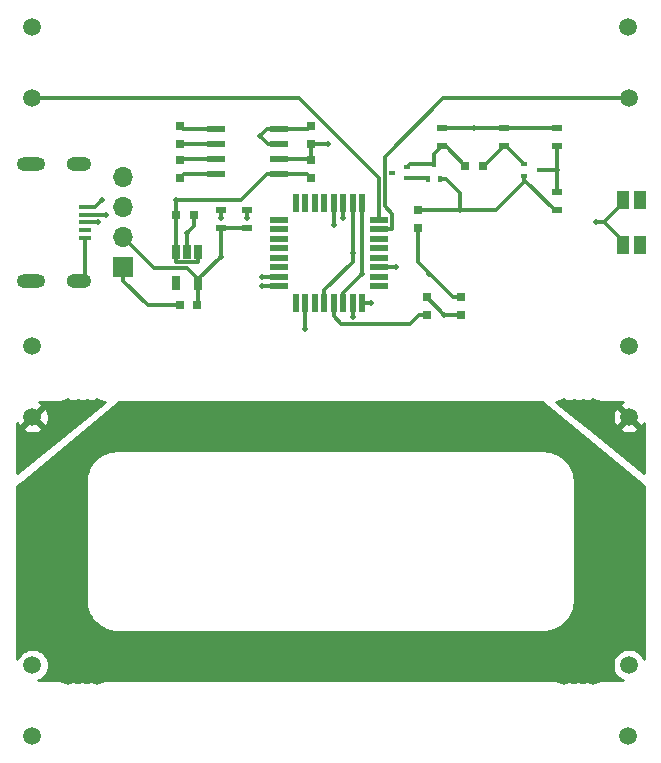
<source format=gtl>
G04 #@! TF.GenerationSoftware,KiCad,Pcbnew,(5.1.4-0-10_14)*
G04 #@! TF.CreationDate,2019-11-04T12:37:15+13:00*
G04 #@! TF.ProjectId,rng-pcb,726e672d-7063-4622-9e6b-696361645f70,rev?*
G04 #@! TF.SameCoordinates,PX7bfa480PY77afa60*
G04 #@! TF.FileFunction,Copper,L1,Top*
G04 #@! TF.FilePolarity,Positive*
%FSLAX46Y46*%
G04 Gerber Fmt 4.6, Leading zero omitted, Abs format (unit mm)*
G04 Created by KiCad (PCBNEW (5.1.4-0-10_14)) date 2019-11-04 12:37:15*
%MOMM*%
%LPD*%
G04 APERTURE LIST*
%ADD10C,1.500000*%
%ADD11O,2.400000X1.200000*%
%ADD12O,2.100000X1.200000*%
%ADD13R,1.050000X0.450000*%
%ADD14R,1.000000X1.600000*%
%ADD15O,1.700000X1.700000*%
%ADD16R,1.700000X1.700000*%
%ADD17R,1.550000X0.600000*%
%ADD18R,0.510000X0.400000*%
%ADD19R,0.400000X0.510000*%
%ADD20R,0.900000X0.500000*%
%ADD21R,0.750000X0.800000*%
%ADD22R,0.800000X0.750000*%
%ADD23R,1.600000X0.550000*%
%ADD24R,0.550000X1.600000*%
%ADD25R,0.650000X1.220000*%
%ADD26C,0.508000*%
%ADD27C,0.304800*%
%ADD28C,0.254000*%
G04 APERTURE END LIST*
D10*
X53200000Y6500000D03*
X2700000Y6500000D03*
X53250000Y12500000D03*
X2750000Y12500000D03*
X2700000Y66500000D03*
X53200000Y66500000D03*
X53250000Y39500000D03*
X2700000Y39500000D03*
D11*
X2650000Y54950000D03*
D12*
X6650000Y54950000D03*
D11*
X2650000Y45050000D03*
D12*
X6650000Y45050000D03*
D13*
X7175000Y51300000D03*
X7175000Y50650000D03*
X7175000Y50000000D03*
X7175000Y49350000D03*
X7175000Y48700000D03*
D14*
X54150000Y51900000D03*
X54150000Y48100000D03*
X52750000Y51900000D03*
X52750000Y48100000D03*
D10*
X53250000Y33500000D03*
X2750000Y33500000D03*
X2700000Y60500000D03*
X53250000Y60500000D03*
D15*
X10450000Y53820000D03*
X10450000Y51280000D03*
X10450000Y48740000D03*
D16*
X10450000Y46200000D03*
D17*
X18250000Y57905000D03*
X18250000Y56635000D03*
X18250000Y55365000D03*
X18250000Y54095000D03*
X23650000Y54095000D03*
X23650000Y55365000D03*
X23650000Y56635000D03*
X23650000Y57905000D03*
D18*
X45695000Y54400000D03*
X44405000Y53900000D03*
X44405000Y54900000D03*
D19*
X36750000Y54945000D03*
X37250000Y53655000D03*
X36250000Y53655000D03*
D18*
X33205000Y54200000D03*
X34495000Y54700000D03*
X34495000Y53700000D03*
D20*
X18700000Y51050000D03*
X18700000Y49550000D03*
D21*
X15250000Y56650000D03*
X15250000Y58150000D03*
D20*
X47150000Y51050000D03*
X47150000Y52550000D03*
X47150000Y56450000D03*
X47150000Y57950000D03*
X42650000Y56450000D03*
X42650000Y57950000D03*
X37450000Y56450000D03*
X37450000Y57950000D03*
X20950000Y49550000D03*
X20950000Y51050000D03*
D22*
X39400000Y54800000D03*
X40900000Y54800000D03*
D21*
X26350000Y58150000D03*
X26350000Y56650000D03*
X26350000Y55250000D03*
X26350000Y53750000D03*
D22*
X16700000Y43000000D03*
X15200000Y43000000D03*
D21*
X36150000Y42150000D03*
X36150000Y43650000D03*
X35350000Y51000000D03*
X35350000Y49500000D03*
X39000000Y42150000D03*
X39000000Y43650000D03*
X15250000Y55250000D03*
X15250000Y53750000D03*
D22*
X14900000Y50600000D03*
X16400000Y50600000D03*
D23*
X32100000Y44600000D03*
X32100000Y45400000D03*
X32100000Y46200000D03*
X32100000Y47000000D03*
X32100000Y47800000D03*
X32100000Y48600000D03*
X32100000Y49400000D03*
X32100000Y50200000D03*
D24*
X30650000Y51650000D03*
X29850000Y51650000D03*
X29050000Y51650000D03*
X28250000Y51650000D03*
X27450000Y51650000D03*
X26650000Y51650000D03*
X25850000Y51650000D03*
X25050000Y51650000D03*
D23*
X23600000Y50200000D03*
X23600000Y49400000D03*
X23600000Y48600000D03*
X23600000Y47800000D03*
X23600000Y47000000D03*
X23600000Y46200000D03*
X23600000Y45400000D03*
X23600000Y44600000D03*
D24*
X25050000Y43150000D03*
X25850000Y43150000D03*
X26650000Y43150000D03*
X27450000Y43150000D03*
X28250000Y43150000D03*
X29050000Y43150000D03*
X29850000Y43150000D03*
X30650000Y43150000D03*
D25*
X16800000Y47510000D03*
X15850000Y47510000D03*
X14900000Y47510000D03*
X14900000Y44890000D03*
X16800000Y44890000D03*
D26*
X27800000Y56650000D03*
X40150000Y57950000D03*
X30650000Y45600000D03*
X18700000Y47075000D03*
X36285100Y45641200D03*
X8950000Y50650000D03*
X22200000Y45400000D03*
X8300000Y50000000D03*
X22200000Y44600000D03*
X47150000Y54400000D03*
X33500000Y46200000D03*
X50450000Y50000000D03*
X25850000Y40950000D03*
X15850000Y49100000D03*
X22000000Y57300000D03*
X37625000Y42150000D03*
X29850000Y47400000D03*
X38950000Y51000000D03*
X8600000Y51850000D03*
X14900000Y51900000D03*
X20950000Y50350000D03*
X29050000Y50350000D03*
X18700000Y50350000D03*
X28250000Y49750000D03*
X31400000Y43150000D03*
X29850000Y41958800D03*
D27*
X26235000Y55365000D02*
X26350000Y55250000D01*
X23650000Y55365000D02*
X26235000Y55365000D01*
X26350000Y56650000D02*
X26350000Y55250000D01*
X47150000Y57950000D02*
X42650000Y57950000D01*
X26350000Y56650000D02*
X27800000Y56650000D01*
X42650000Y57950000D02*
X40150000Y57950000D01*
X40150000Y57950000D02*
X37450000Y57950000D01*
X15495000Y57905000D02*
X15250000Y58150000D01*
X18250000Y57905000D02*
X15495000Y57905000D01*
X15265000Y56635000D02*
X15250000Y56650000D01*
X18250000Y56635000D02*
X15265000Y56635000D01*
X15595000Y54095000D02*
X15250000Y53750000D01*
X18250000Y54095000D02*
X15595000Y54095000D01*
X15365000Y55365000D02*
X15250000Y55250000D01*
X18250000Y55365000D02*
X15365000Y55365000D01*
X16800000Y43100000D02*
X16700000Y43000000D01*
X16800000Y44890000D02*
X16800000Y43100000D01*
X20950000Y49550000D02*
X18700000Y49550000D01*
X18700000Y48995200D02*
X18700000Y49550000D01*
X18700000Y47075000D02*
X18700000Y47075000D01*
X16800000Y45175000D02*
X18700000Y47075000D01*
X29050000Y43973642D02*
X29050000Y43150000D01*
X30650000Y45573642D02*
X29050000Y43973642D01*
X30650000Y51650000D02*
X30650000Y45600000D01*
X30650000Y45600000D02*
X30650000Y45573642D01*
X18700000Y47075000D02*
X18700000Y48995200D01*
X38320200Y43650000D02*
X39000000Y43650000D01*
X35350000Y49500000D02*
X35350000Y46620200D01*
X13052009Y46137991D02*
X11299999Y47890001D01*
X15837010Y46137991D02*
X13052009Y46137991D01*
X11299999Y47890001D02*
X10450000Y48740000D01*
X16800000Y45175000D02*
X15837010Y46137991D01*
X16800000Y44890000D02*
X16800000Y45175000D01*
X35350000Y46620200D02*
X38320200Y43650000D01*
X28250000Y42045200D02*
X28895200Y41400000D01*
X28250000Y43150000D02*
X28250000Y42045200D01*
X28895200Y41400000D02*
X34720200Y41400000D01*
X35470200Y42150000D02*
X34720200Y41400000D01*
X36150000Y42150000D02*
X35470200Y42150000D01*
X41000000Y54800000D02*
X42650000Y56450000D01*
X40900000Y54800000D02*
X41000000Y54800000D01*
X42855000Y56450000D02*
X44405000Y54900000D01*
X42650000Y56450000D02*
X42855000Y56450000D01*
X34740000Y54945000D02*
X34495000Y54700000D01*
X36750000Y54945000D02*
X34740000Y54945000D01*
X36750000Y55750000D02*
X37450000Y56450000D01*
X36750000Y54945000D02*
X36750000Y55750000D01*
X37750000Y56450000D02*
X39400000Y54800000D01*
X37450000Y56450000D02*
X37750000Y56450000D01*
X7100000Y50650000D02*
X8950000Y50650000D01*
X23600000Y45400000D02*
X22200000Y45400000D01*
X7100000Y50000000D02*
X8300000Y50000000D01*
X23600000Y44600000D02*
X22200000Y44600000D01*
X36205000Y53700000D02*
X36250000Y53655000D01*
X34495000Y53700000D02*
X36205000Y53700000D01*
X45695000Y54400000D02*
X47150000Y54400000D01*
X47150000Y56450000D02*
X47150000Y54400000D01*
X47150000Y54400000D02*
X47150000Y52550000D01*
X32100000Y46200000D02*
X33500000Y46200000D01*
X25850000Y43150000D02*
X25850000Y40950000D01*
X50809210Y50000000D02*
X50450000Y50000000D01*
X51150000Y50000000D02*
X50809210Y50000000D01*
X52750000Y51600000D02*
X51150000Y50000000D01*
X52750000Y51900000D02*
X52750000Y51600000D01*
X52750000Y48400000D02*
X51150000Y50000000D01*
X52750000Y48100000D02*
X52750000Y48400000D01*
X16400000Y49650000D02*
X15850000Y49100000D01*
X16400000Y50600000D02*
X16400000Y49650000D01*
X15850000Y49100000D02*
X15850000Y47510000D01*
X22605000Y57905000D02*
X22000000Y57300000D01*
X23650000Y57905000D02*
X22605000Y57905000D01*
X22665000Y56635000D02*
X22000000Y57300000D01*
X23650000Y56635000D02*
X22665000Y56635000D01*
X26105000Y57905000D02*
X26350000Y58150000D01*
X23650000Y57905000D02*
X26105000Y57905000D01*
X29850000Y50545200D02*
X29850000Y51650000D01*
X29850000Y46654800D02*
X29850000Y46654800D01*
X27450000Y44254800D02*
X29850000Y46654800D01*
X27450000Y43150000D02*
X27450000Y44254800D01*
X29850000Y46654800D02*
X29850000Y47400000D01*
X37625000Y42150000D02*
X37625000Y42150000D01*
X36150000Y43625000D02*
X37625000Y42150000D01*
X38320200Y42150000D02*
X39000000Y42150000D01*
X36150000Y43650000D02*
X36150000Y43625000D01*
X37625000Y42150000D02*
X38320200Y42150000D01*
X44405000Y53595000D02*
X44405000Y53900000D01*
X46950000Y51050000D02*
X44405000Y53595000D01*
X47150000Y51050000D02*
X46950000Y51050000D01*
X29850000Y47400000D02*
X29850000Y50545200D01*
X35350000Y51000000D02*
X38950000Y51000000D01*
X44405000Y53395200D02*
X44405000Y53900000D01*
X42009800Y51000000D02*
X44405000Y53395200D01*
X38950000Y51000000D02*
X42009800Y51000000D01*
X37754800Y53655000D02*
X37250000Y53655000D01*
X38950000Y52459800D02*
X37754800Y53655000D01*
X38950000Y51000000D02*
X38950000Y52459800D01*
X14495200Y43000000D02*
X15200000Y43000000D01*
X12495200Y43000000D02*
X14495200Y43000000D01*
X10450000Y45045200D02*
X12495200Y43000000D01*
X10450000Y46200000D02*
X10450000Y45045200D01*
X7175000Y45575000D02*
X6650000Y45050000D01*
X7175000Y48700000D02*
X7175000Y45575000D01*
X8050000Y51300000D02*
X8600000Y51850000D01*
X7100000Y51300000D02*
X8050000Y51300000D01*
X14900000Y51900000D02*
X14900000Y50600000D01*
X14900000Y50600000D02*
X14900000Y47510000D01*
X14900001Y46595199D02*
X16800000Y46595200D01*
X16800000Y46595200D02*
X16800000Y47510000D01*
X14900000Y47510000D02*
X14900001Y46595199D01*
X23650000Y54095000D02*
X23175000Y54095000D01*
X26005000Y54095000D02*
X26350000Y53750000D01*
X23650000Y54095000D02*
X26005000Y54095000D01*
X15259210Y51900000D02*
X14900000Y51900000D01*
X20375200Y51900000D02*
X15259210Y51900000D01*
X22570200Y54095000D02*
X20375200Y51900000D01*
X23650000Y54095000D02*
X22570200Y54095000D01*
X20950000Y51050000D02*
X20950000Y50350000D01*
X29050000Y51650000D02*
X29050000Y50350000D01*
X18700000Y51050000D02*
X18700000Y50350000D01*
X28250000Y51650000D02*
X28250000Y49750000D01*
X30650000Y43150000D02*
X31400000Y43150000D01*
X29850000Y43150000D02*
X29850000Y41958800D01*
X53250000Y60500000D02*
X37500000Y60500000D01*
X37500000Y60500000D02*
X32557210Y55557210D01*
X33204800Y49400000D02*
X32100000Y49400000D01*
X32557210Y51366432D02*
X33204801Y50718840D01*
X33204801Y50718840D02*
X33204800Y49400000D01*
X32557210Y55557210D02*
X32557210Y51366432D01*
X32100000Y50779800D02*
X32100000Y50200000D01*
X32100000Y53723642D02*
X32100000Y50779800D01*
X25323642Y60500000D02*
X32100000Y53723642D01*
X2700000Y60500000D02*
X25323642Y60500000D01*
D28*
G36*
X8235606Y34948561D02*
G01*
X8295076Y34924049D01*
X8354248Y34898688D01*
X8363718Y34895757D01*
X8550554Y34839348D01*
X8613684Y34826848D01*
X8676623Y34813470D01*
X8686481Y34812434D01*
X8880209Y34793439D01*
X8882067Y34793256D01*
X1460000Y28742658D01*
X1460000Y32543007D01*
X1972612Y32543007D01*
X2038137Y32304140D01*
X2285116Y32188240D01*
X2549960Y32122750D01*
X2822492Y32110188D01*
X3092238Y32151035D01*
X3348832Y32243723D01*
X3461863Y32304140D01*
X3527388Y32543007D01*
X2750000Y33320395D01*
X1972612Y32543007D01*
X1460000Y32543007D01*
X1460000Y32994525D01*
X1493723Y32901168D01*
X1554140Y32788137D01*
X1793007Y32722612D01*
X2570395Y33500000D01*
X2929605Y33500000D01*
X3706993Y32722612D01*
X3945860Y32788137D01*
X4061760Y33035116D01*
X4127250Y33299960D01*
X4139812Y33572492D01*
X4098965Y33842238D01*
X4006277Y34098832D01*
X3945860Y34211863D01*
X3706993Y34277388D01*
X2929605Y33500000D01*
X2570395Y33500000D01*
X2556253Y33514142D01*
X2735858Y33693747D01*
X2750000Y33679605D01*
X3527388Y34456993D01*
X3461863Y34695860D01*
X3261254Y34790000D01*
X4984877Y34790000D01*
X5020262Y34793485D01*
X5033246Y34793485D01*
X5043105Y34794522D01*
X5237055Y34816277D01*
X5299984Y34829653D01*
X5363127Y34842156D01*
X5372597Y34845087D01*
X5558627Y34904101D01*
X5617690Y34929416D01*
X5677268Y34953972D01*
X5685988Y34958688D01*
X5743777Y34990458D01*
X5780795Y34965723D01*
X5941855Y34899010D01*
X6112835Y34865000D01*
X6287165Y34865000D01*
X6458145Y34899010D01*
X6575000Y34947413D01*
X6691855Y34899010D01*
X6862835Y34865000D01*
X7037165Y34865000D01*
X7208145Y34899010D01*
X7325000Y34947413D01*
X7441855Y34899010D01*
X7612835Y34865000D01*
X7787165Y34865000D01*
X7958145Y34899010D01*
X8119205Y34965723D01*
X8156483Y34990631D01*
X8235606Y34948561D01*
X8235606Y34948561D01*
G37*
X8235606Y34948561D02*
X8295076Y34924049D01*
X8354248Y34898688D01*
X8363718Y34895757D01*
X8550554Y34839348D01*
X8613684Y34826848D01*
X8676623Y34813470D01*
X8686481Y34812434D01*
X8880209Y34793439D01*
X8882067Y34793256D01*
X1460000Y28742658D01*
X1460000Y32543007D01*
X1972612Y32543007D01*
X2038137Y32304140D01*
X2285116Y32188240D01*
X2549960Y32122750D01*
X2822492Y32110188D01*
X3092238Y32151035D01*
X3348832Y32243723D01*
X3461863Y32304140D01*
X3527388Y32543007D01*
X2750000Y33320395D01*
X1972612Y32543007D01*
X1460000Y32543007D01*
X1460000Y32994525D01*
X1493723Y32901168D01*
X1554140Y32788137D01*
X1793007Y32722612D01*
X2570395Y33500000D01*
X2929605Y33500000D01*
X3706993Y32722612D01*
X3945860Y32788137D01*
X4061760Y33035116D01*
X4127250Y33299960D01*
X4139812Y33572492D01*
X4098965Y33842238D01*
X4006277Y34098832D01*
X3945860Y34211863D01*
X3706993Y34277388D01*
X2929605Y33500000D01*
X2570395Y33500000D01*
X2556253Y33514142D01*
X2735858Y33693747D01*
X2750000Y33679605D01*
X3527388Y34456993D01*
X3461863Y34695860D01*
X3261254Y34790000D01*
X4984877Y34790000D01*
X5020262Y34793485D01*
X5033246Y34793485D01*
X5043105Y34794522D01*
X5237055Y34816277D01*
X5299984Y34829653D01*
X5363127Y34842156D01*
X5372597Y34845087D01*
X5558627Y34904101D01*
X5617690Y34929416D01*
X5677268Y34953972D01*
X5685988Y34958688D01*
X5743777Y34990458D01*
X5780795Y34965723D01*
X5941855Y34899010D01*
X6112835Y34865000D01*
X6287165Y34865000D01*
X6458145Y34899010D01*
X6575000Y34947413D01*
X6691855Y34899010D01*
X6862835Y34865000D01*
X7037165Y34865000D01*
X7208145Y34899010D01*
X7325000Y34947413D01*
X7441855Y34899010D01*
X7612835Y34865000D01*
X7787165Y34865000D01*
X7958145Y34899010D01*
X8119205Y34965723D01*
X8156483Y34990631D01*
X8235606Y34948561D01*
G36*
X50235606Y34948561D02*
G01*
X50295076Y34924049D01*
X50354248Y34898688D01*
X50363718Y34895757D01*
X50550554Y34839348D01*
X50613684Y34826848D01*
X50676623Y34813470D01*
X50686481Y34812434D01*
X50880209Y34793439D01*
X50915123Y34790000D01*
X52744525Y34790000D01*
X52651168Y34756277D01*
X52538137Y34695860D01*
X52472612Y34456993D01*
X53250000Y33679605D01*
X53264143Y33693747D01*
X53443748Y33514142D01*
X53429605Y33500000D01*
X54206993Y32722612D01*
X54445860Y32788137D01*
X54540001Y32988748D01*
X54540001Y28742657D01*
X49878239Y32543007D01*
X52472612Y32543007D01*
X52538137Y32304140D01*
X52785116Y32188240D01*
X53049960Y32122750D01*
X53322492Y32110188D01*
X53592238Y32151035D01*
X53848832Y32243723D01*
X53961863Y32304140D01*
X54027388Y32543007D01*
X53250000Y33320395D01*
X52472612Y32543007D01*
X49878239Y32543007D01*
X48793251Y33427508D01*
X51860188Y33427508D01*
X51901035Y33157762D01*
X51993723Y32901168D01*
X52054140Y32788137D01*
X52293007Y32722612D01*
X53070395Y33500000D01*
X52293007Y34277388D01*
X52054140Y34211863D01*
X51938240Y33964884D01*
X51872750Y33700040D01*
X51860188Y33427508D01*
X48793251Y33427508D01*
X47107517Y34801747D01*
X47237055Y34816277D01*
X47299984Y34829653D01*
X47363127Y34842156D01*
X47372597Y34845087D01*
X47558627Y34904101D01*
X47617690Y34929416D01*
X47677268Y34953972D01*
X47685988Y34958688D01*
X47743777Y34990458D01*
X47780795Y34965723D01*
X47941855Y34899010D01*
X48112835Y34865000D01*
X48287165Y34865000D01*
X48458145Y34899010D01*
X48575000Y34947413D01*
X48691855Y34899010D01*
X48862835Y34865000D01*
X49037165Y34865000D01*
X49208145Y34899010D01*
X49325000Y34947413D01*
X49441855Y34899010D01*
X49612835Y34865000D01*
X49787165Y34865000D01*
X49958145Y34899010D01*
X50119205Y34965723D01*
X50156483Y34990631D01*
X50235606Y34948561D01*
X50235606Y34948561D01*
G37*
X50235606Y34948561D02*
X50295076Y34924049D01*
X50354248Y34898688D01*
X50363718Y34895757D01*
X50550554Y34839348D01*
X50613684Y34826848D01*
X50676623Y34813470D01*
X50686481Y34812434D01*
X50880209Y34793439D01*
X50915123Y34790000D01*
X52744525Y34790000D01*
X52651168Y34756277D01*
X52538137Y34695860D01*
X52472612Y34456993D01*
X53250000Y33679605D01*
X53264143Y33693747D01*
X53443748Y33514142D01*
X53429605Y33500000D01*
X54206993Y32722612D01*
X54445860Y32788137D01*
X54540001Y32988748D01*
X54540001Y28742657D01*
X49878239Y32543007D01*
X52472612Y32543007D01*
X52538137Y32304140D01*
X52785116Y32188240D01*
X53049960Y32122750D01*
X53322492Y32110188D01*
X53592238Y32151035D01*
X53848832Y32243723D01*
X53961863Y32304140D01*
X54027388Y32543007D01*
X53250000Y33320395D01*
X52472612Y32543007D01*
X49878239Y32543007D01*
X48793251Y33427508D01*
X51860188Y33427508D01*
X51901035Y33157762D01*
X51993723Y32901168D01*
X52054140Y32788137D01*
X52293007Y32722612D01*
X53070395Y33500000D01*
X52293007Y34277388D01*
X52054140Y34211863D01*
X51938240Y33964884D01*
X51872750Y33700040D01*
X51860188Y33427508D01*
X48793251Y33427508D01*
X47107517Y34801747D01*
X47237055Y34816277D01*
X47299984Y34829653D01*
X47363127Y34842156D01*
X47372597Y34845087D01*
X47558627Y34904101D01*
X47617690Y34929416D01*
X47677268Y34953972D01*
X47685988Y34958688D01*
X47743777Y34990458D01*
X47780795Y34965723D01*
X47941855Y34899010D01*
X48112835Y34865000D01*
X48287165Y34865000D01*
X48458145Y34899010D01*
X48575000Y34947413D01*
X48691855Y34899010D01*
X48862835Y34865000D01*
X49037165Y34865000D01*
X49208145Y34899010D01*
X49325000Y34947413D01*
X49441855Y34899010D01*
X49612835Y34865000D01*
X49787165Y34865000D01*
X49958145Y34899010D01*
X50119205Y34965723D01*
X50156483Y34990631D01*
X50235606Y34948561D01*
G36*
X54540001Y27624253D02*
G01*
X54540000Y13004843D01*
X54477371Y13156043D01*
X54325799Y13382886D01*
X54132886Y13575799D01*
X53906043Y13727371D01*
X53653989Y13831775D01*
X53386411Y13885000D01*
X53113589Y13885000D01*
X52846011Y13831775D01*
X52593957Y13727371D01*
X52367114Y13575799D01*
X52174201Y13382886D01*
X52022629Y13156043D01*
X51918225Y12903989D01*
X51865000Y12636411D01*
X51865000Y12363589D01*
X51918225Y12096011D01*
X52022629Y11843957D01*
X52174201Y11617114D01*
X52367114Y11424201D01*
X52593957Y11272629D01*
X52745157Y11210000D01*
X50915123Y11210000D01*
X50879738Y11206515D01*
X50866754Y11206515D01*
X50856895Y11205478D01*
X50662945Y11183723D01*
X50600016Y11170347D01*
X50536873Y11157844D01*
X50527403Y11154913D01*
X50341373Y11095900D01*
X50282252Y11070560D01*
X50222733Y11046028D01*
X50214012Y11041313D01*
X50156223Y11009543D01*
X50119205Y11034277D01*
X49958145Y11100990D01*
X49787165Y11135000D01*
X49612835Y11135000D01*
X49441855Y11100990D01*
X49325000Y11052587D01*
X49208145Y11100990D01*
X49037165Y11135000D01*
X48862835Y11135000D01*
X48691855Y11100990D01*
X48575000Y11052587D01*
X48458145Y11100990D01*
X48287165Y11135000D01*
X48112835Y11135000D01*
X47941855Y11100990D01*
X47780795Y11034277D01*
X47743517Y11009369D01*
X47664394Y11051439D01*
X47604924Y11075951D01*
X47545752Y11101312D01*
X47536282Y11104243D01*
X47349446Y11160652D01*
X47286316Y11173152D01*
X47223377Y11186530D01*
X47213518Y11187566D01*
X47019792Y11206561D01*
X46984877Y11210000D01*
X8915123Y11210000D01*
X8879738Y11206515D01*
X8866754Y11206515D01*
X8856895Y11205478D01*
X8662945Y11183723D01*
X8600016Y11170347D01*
X8536873Y11157844D01*
X8527403Y11154913D01*
X8341373Y11095900D01*
X8282252Y11070560D01*
X8222733Y11046028D01*
X8214012Y11041313D01*
X8156223Y11009543D01*
X8119205Y11034277D01*
X7958145Y11100990D01*
X7787165Y11135000D01*
X7612835Y11135000D01*
X7441855Y11100990D01*
X7325000Y11052587D01*
X7208145Y11100990D01*
X7037165Y11135000D01*
X6862835Y11135000D01*
X6691855Y11100990D01*
X6575000Y11052587D01*
X6458145Y11100990D01*
X6287165Y11135000D01*
X6112835Y11135000D01*
X5941855Y11100990D01*
X5780795Y11034277D01*
X5743517Y11009369D01*
X5664394Y11051439D01*
X5604924Y11075951D01*
X5545752Y11101312D01*
X5536282Y11104243D01*
X5349446Y11160652D01*
X5286316Y11173152D01*
X5223377Y11186530D01*
X5213518Y11187566D01*
X5019792Y11206561D01*
X4984877Y11210000D01*
X3254843Y11210000D01*
X3406043Y11272629D01*
X3632886Y11424201D01*
X3825799Y11617114D01*
X3977371Y11843957D01*
X4081775Y12096011D01*
X4135000Y12363589D01*
X4135000Y12636411D01*
X4081775Y12903989D01*
X3977371Y13156043D01*
X3825799Y13382886D01*
X3632886Y13575799D01*
X3406043Y13727371D01*
X3153989Y13831775D01*
X2886411Y13885000D01*
X2613589Y13885000D01*
X2346011Y13831775D01*
X2093957Y13727371D01*
X1867114Y13575799D01*
X1674201Y13382886D01*
X1522629Y13156043D01*
X1460000Y13004843D01*
X1460000Y27624254D01*
X1954725Y28034876D01*
X7240000Y28034876D01*
X7240001Y17965123D01*
X7243058Y17934088D01*
X7242971Y17921687D01*
X7243939Y17911821D01*
X7284739Y17523629D01*
X7297677Y17460604D01*
X7309737Y17397382D01*
X7312602Y17387891D01*
X7428026Y17015017D01*
X7452960Y16955701D01*
X7477069Y16896029D01*
X7481723Y16887276D01*
X7667374Y16543921D01*
X7703356Y16490576D01*
X7738596Y16436724D01*
X7744861Y16429042D01*
X7993668Y16128287D01*
X8039323Y16082950D01*
X8084353Y16036967D01*
X8091991Y16030649D01*
X8394476Y15783948D01*
X8448041Y15748360D01*
X8501171Y15711980D01*
X8509891Y15707266D01*
X8854533Y15524016D01*
X8913995Y15499508D01*
X8973177Y15474142D01*
X8982647Y15471211D01*
X9356318Y15358393D01*
X9419456Y15345892D01*
X9482388Y15332515D01*
X9492247Y15331479D01*
X9879984Y15293461D01*
X9915123Y15290000D01*
X45984877Y15290000D01*
X46015921Y15293057D01*
X46028313Y15292971D01*
X46038179Y15293939D01*
X46426371Y15334739D01*
X46489396Y15347677D01*
X46552618Y15359737D01*
X46562109Y15362602D01*
X46934983Y15478026D01*
X46994299Y15502960D01*
X47053971Y15527069D01*
X47062724Y15531723D01*
X47406079Y15717374D01*
X47459424Y15753356D01*
X47513276Y15788596D01*
X47520958Y15794861D01*
X47821713Y16043668D01*
X47867050Y16089323D01*
X47913033Y16134353D01*
X47919351Y16141991D01*
X48166052Y16444476D01*
X48201640Y16498041D01*
X48238020Y16551171D01*
X48242734Y16559891D01*
X48425984Y16904533D01*
X48450492Y16963995D01*
X48475858Y17023177D01*
X48478789Y17032647D01*
X48591607Y17406318D01*
X48604108Y17469456D01*
X48617485Y17532388D01*
X48618521Y17542247D01*
X48656611Y17930716D01*
X48660000Y17965123D01*
X48660000Y28034877D01*
X48656943Y28065921D01*
X48657029Y28078313D01*
X48656061Y28088179D01*
X48615260Y28476372D01*
X48602330Y28539360D01*
X48590263Y28602619D01*
X48587398Y28612109D01*
X48471974Y28984984D01*
X48447029Y29044325D01*
X48422931Y29103971D01*
X48418277Y29112724D01*
X48232626Y29456079D01*
X48196644Y29509424D01*
X48161404Y29563276D01*
X48155138Y29570958D01*
X47906332Y29871713D01*
X47860677Y29917050D01*
X47815647Y29963033D01*
X47808009Y29969352D01*
X47505524Y30216052D01*
X47451941Y30251652D01*
X47398828Y30288020D01*
X47390108Y30292735D01*
X47045467Y30475984D01*
X46985993Y30500497D01*
X46926823Y30525858D01*
X46917353Y30528789D01*
X46543681Y30641607D01*
X46480551Y30654107D01*
X46417612Y30667485D01*
X46407753Y30668521D01*
X46020016Y30706539D01*
X45984877Y30710000D01*
X9915123Y30710000D01*
X9884079Y30706943D01*
X9871687Y30707029D01*
X9861821Y30706061D01*
X9473628Y30665260D01*
X9410640Y30652330D01*
X9347381Y30640263D01*
X9337891Y30637398D01*
X8965016Y30521974D01*
X8905675Y30497029D01*
X8846029Y30472931D01*
X8837276Y30468277D01*
X8493921Y30282626D01*
X8440576Y30246644D01*
X8386724Y30211404D01*
X8379042Y30205138D01*
X8078287Y29956332D01*
X8032950Y29910677D01*
X7986967Y29865647D01*
X7980648Y29858009D01*
X7733948Y29555524D01*
X7698348Y29501941D01*
X7661980Y29448828D01*
X7657265Y29440108D01*
X7474016Y29095467D01*
X7449503Y29035993D01*
X7424142Y28976823D01*
X7421211Y28967353D01*
X7308393Y28593681D01*
X7295893Y28530551D01*
X7282515Y28467612D01*
X7281479Y28457753D01*
X7243439Y28069790D01*
X7240000Y28034876D01*
X1954725Y28034876D01*
X10093429Y34790000D01*
X45906571Y34790000D01*
X54540001Y27624253D01*
X54540001Y27624253D01*
G37*
X54540001Y27624253D02*
X54540000Y13004843D01*
X54477371Y13156043D01*
X54325799Y13382886D01*
X54132886Y13575799D01*
X53906043Y13727371D01*
X53653989Y13831775D01*
X53386411Y13885000D01*
X53113589Y13885000D01*
X52846011Y13831775D01*
X52593957Y13727371D01*
X52367114Y13575799D01*
X52174201Y13382886D01*
X52022629Y13156043D01*
X51918225Y12903989D01*
X51865000Y12636411D01*
X51865000Y12363589D01*
X51918225Y12096011D01*
X52022629Y11843957D01*
X52174201Y11617114D01*
X52367114Y11424201D01*
X52593957Y11272629D01*
X52745157Y11210000D01*
X50915123Y11210000D01*
X50879738Y11206515D01*
X50866754Y11206515D01*
X50856895Y11205478D01*
X50662945Y11183723D01*
X50600016Y11170347D01*
X50536873Y11157844D01*
X50527403Y11154913D01*
X50341373Y11095900D01*
X50282252Y11070560D01*
X50222733Y11046028D01*
X50214012Y11041313D01*
X50156223Y11009543D01*
X50119205Y11034277D01*
X49958145Y11100990D01*
X49787165Y11135000D01*
X49612835Y11135000D01*
X49441855Y11100990D01*
X49325000Y11052587D01*
X49208145Y11100990D01*
X49037165Y11135000D01*
X48862835Y11135000D01*
X48691855Y11100990D01*
X48575000Y11052587D01*
X48458145Y11100990D01*
X48287165Y11135000D01*
X48112835Y11135000D01*
X47941855Y11100990D01*
X47780795Y11034277D01*
X47743517Y11009369D01*
X47664394Y11051439D01*
X47604924Y11075951D01*
X47545752Y11101312D01*
X47536282Y11104243D01*
X47349446Y11160652D01*
X47286316Y11173152D01*
X47223377Y11186530D01*
X47213518Y11187566D01*
X47019792Y11206561D01*
X46984877Y11210000D01*
X8915123Y11210000D01*
X8879738Y11206515D01*
X8866754Y11206515D01*
X8856895Y11205478D01*
X8662945Y11183723D01*
X8600016Y11170347D01*
X8536873Y11157844D01*
X8527403Y11154913D01*
X8341373Y11095900D01*
X8282252Y11070560D01*
X8222733Y11046028D01*
X8214012Y11041313D01*
X8156223Y11009543D01*
X8119205Y11034277D01*
X7958145Y11100990D01*
X7787165Y11135000D01*
X7612835Y11135000D01*
X7441855Y11100990D01*
X7325000Y11052587D01*
X7208145Y11100990D01*
X7037165Y11135000D01*
X6862835Y11135000D01*
X6691855Y11100990D01*
X6575000Y11052587D01*
X6458145Y11100990D01*
X6287165Y11135000D01*
X6112835Y11135000D01*
X5941855Y11100990D01*
X5780795Y11034277D01*
X5743517Y11009369D01*
X5664394Y11051439D01*
X5604924Y11075951D01*
X5545752Y11101312D01*
X5536282Y11104243D01*
X5349446Y11160652D01*
X5286316Y11173152D01*
X5223377Y11186530D01*
X5213518Y11187566D01*
X5019792Y11206561D01*
X4984877Y11210000D01*
X3254843Y11210000D01*
X3406043Y11272629D01*
X3632886Y11424201D01*
X3825799Y11617114D01*
X3977371Y11843957D01*
X4081775Y12096011D01*
X4135000Y12363589D01*
X4135000Y12636411D01*
X4081775Y12903989D01*
X3977371Y13156043D01*
X3825799Y13382886D01*
X3632886Y13575799D01*
X3406043Y13727371D01*
X3153989Y13831775D01*
X2886411Y13885000D01*
X2613589Y13885000D01*
X2346011Y13831775D01*
X2093957Y13727371D01*
X1867114Y13575799D01*
X1674201Y13382886D01*
X1522629Y13156043D01*
X1460000Y13004843D01*
X1460000Y27624254D01*
X1954725Y28034876D01*
X7240000Y28034876D01*
X7240001Y17965123D01*
X7243058Y17934088D01*
X7242971Y17921687D01*
X7243939Y17911821D01*
X7284739Y17523629D01*
X7297677Y17460604D01*
X7309737Y17397382D01*
X7312602Y17387891D01*
X7428026Y17015017D01*
X7452960Y16955701D01*
X7477069Y16896029D01*
X7481723Y16887276D01*
X7667374Y16543921D01*
X7703356Y16490576D01*
X7738596Y16436724D01*
X7744861Y16429042D01*
X7993668Y16128287D01*
X8039323Y16082950D01*
X8084353Y16036967D01*
X8091991Y16030649D01*
X8394476Y15783948D01*
X8448041Y15748360D01*
X8501171Y15711980D01*
X8509891Y15707266D01*
X8854533Y15524016D01*
X8913995Y15499508D01*
X8973177Y15474142D01*
X8982647Y15471211D01*
X9356318Y15358393D01*
X9419456Y15345892D01*
X9482388Y15332515D01*
X9492247Y15331479D01*
X9879984Y15293461D01*
X9915123Y15290000D01*
X45984877Y15290000D01*
X46015921Y15293057D01*
X46028313Y15292971D01*
X46038179Y15293939D01*
X46426371Y15334739D01*
X46489396Y15347677D01*
X46552618Y15359737D01*
X46562109Y15362602D01*
X46934983Y15478026D01*
X46994299Y15502960D01*
X47053971Y15527069D01*
X47062724Y15531723D01*
X47406079Y15717374D01*
X47459424Y15753356D01*
X47513276Y15788596D01*
X47520958Y15794861D01*
X47821713Y16043668D01*
X47867050Y16089323D01*
X47913033Y16134353D01*
X47919351Y16141991D01*
X48166052Y16444476D01*
X48201640Y16498041D01*
X48238020Y16551171D01*
X48242734Y16559891D01*
X48425984Y16904533D01*
X48450492Y16963995D01*
X48475858Y17023177D01*
X48478789Y17032647D01*
X48591607Y17406318D01*
X48604108Y17469456D01*
X48617485Y17532388D01*
X48618521Y17542247D01*
X48656611Y17930716D01*
X48660000Y17965123D01*
X48660000Y28034877D01*
X48656943Y28065921D01*
X48657029Y28078313D01*
X48656061Y28088179D01*
X48615260Y28476372D01*
X48602330Y28539360D01*
X48590263Y28602619D01*
X48587398Y28612109D01*
X48471974Y28984984D01*
X48447029Y29044325D01*
X48422931Y29103971D01*
X48418277Y29112724D01*
X48232626Y29456079D01*
X48196644Y29509424D01*
X48161404Y29563276D01*
X48155138Y29570958D01*
X47906332Y29871713D01*
X47860677Y29917050D01*
X47815647Y29963033D01*
X47808009Y29969352D01*
X47505524Y30216052D01*
X47451941Y30251652D01*
X47398828Y30288020D01*
X47390108Y30292735D01*
X47045467Y30475984D01*
X46985993Y30500497D01*
X46926823Y30525858D01*
X46917353Y30528789D01*
X46543681Y30641607D01*
X46480551Y30654107D01*
X46417612Y30667485D01*
X46407753Y30668521D01*
X46020016Y30706539D01*
X45984877Y30710000D01*
X9915123Y30710000D01*
X9884079Y30706943D01*
X9871687Y30707029D01*
X9861821Y30706061D01*
X9473628Y30665260D01*
X9410640Y30652330D01*
X9347381Y30640263D01*
X9337891Y30637398D01*
X8965016Y30521974D01*
X8905675Y30497029D01*
X8846029Y30472931D01*
X8837276Y30468277D01*
X8493921Y30282626D01*
X8440576Y30246644D01*
X8386724Y30211404D01*
X8379042Y30205138D01*
X8078287Y29956332D01*
X8032950Y29910677D01*
X7986967Y29865647D01*
X7980648Y29858009D01*
X7733948Y29555524D01*
X7698348Y29501941D01*
X7661980Y29448828D01*
X7657265Y29440108D01*
X7474016Y29095467D01*
X7449503Y29035993D01*
X7424142Y28976823D01*
X7421211Y28967353D01*
X7308393Y28593681D01*
X7295893Y28530551D01*
X7282515Y28467612D01*
X7281479Y28457753D01*
X7243439Y28069790D01*
X7240000Y28034876D01*
X1954725Y28034876D01*
X10093429Y34790000D01*
X45906571Y34790000D01*
X54540001Y27624253D01*
M02*

</source>
